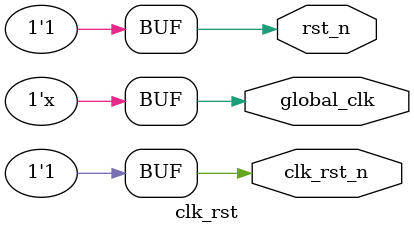
<source format=sv>
`timescale 1ns / 1ps


module clk_rst(
	output	reg	global_clk,
	output	reg	rst_n,
	output	reg	clk_rst_n
    );
    
    
initial	begin
	global_clk	=	1'b0;
	rst_n	=	1'b0;
	clk_rst_n	=	1'b0;
	#100	clk_rst_n	=	1'b1;
	#1000	rst_n	=	1'b1;
end
    
    
always #10	global_clk	=	~global_clk;   

    
endmodule

</source>
